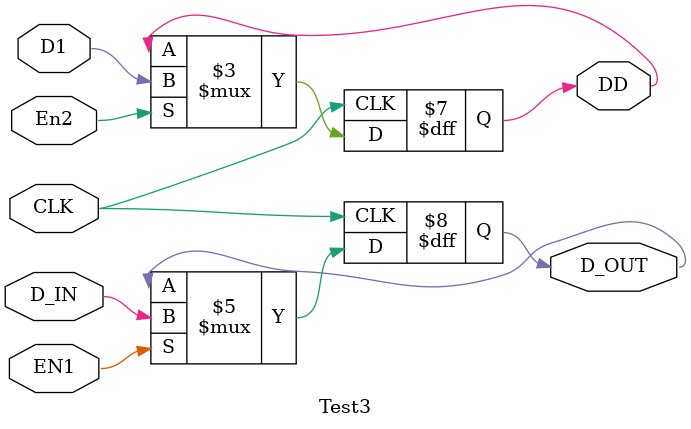
<source format=v>
`timescale 1ns / 1ps
module Test3(input CLK, input EN1, input En2, input D_IN, input D1, output reg D_OUT, output reg DD);

    always@(posedge CLK) begin
        if(EN1)
            D_OUT <= D_IN;
    end
    always@(posedge CLK) begin
        if(En2)
            DD <= D1;
    end
endmodule

</source>
